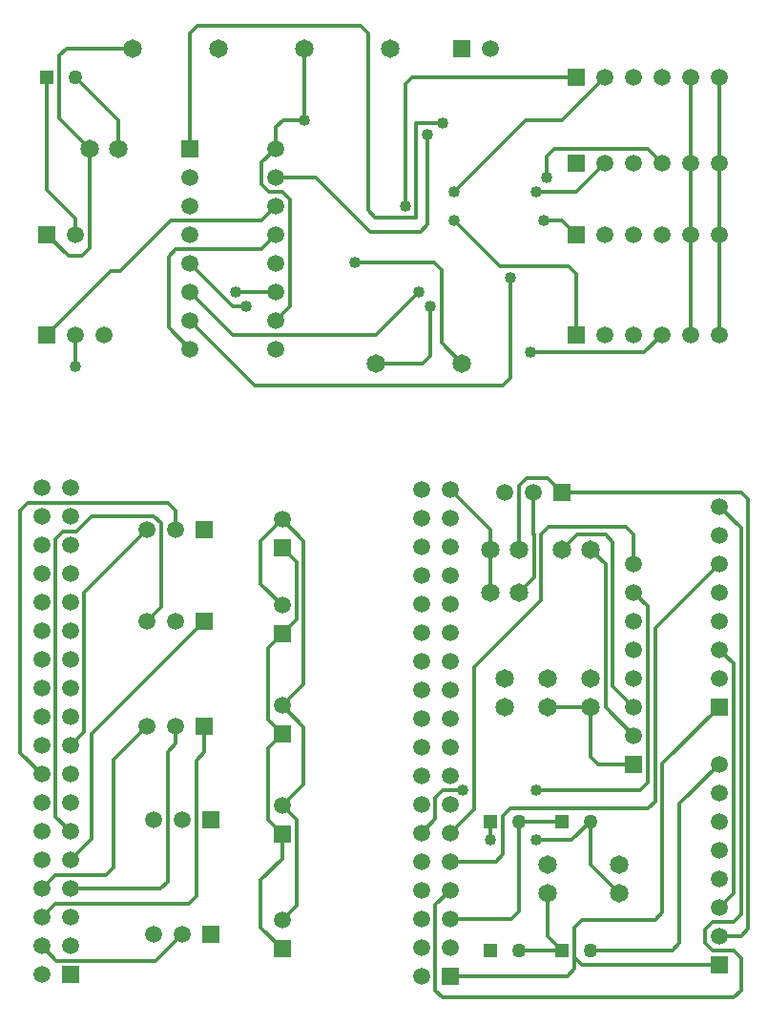
<source format=gbr>
G04 DipTrace 2.4.0.2*
%INBottom.gbr*%
%MOIN*%
%ADD13C,0.013*%
%ADD14C,0.065*%
%ADD15C,0.05*%
%ADD16R,0.05X0.05*%
%ADD17R,0.0591X0.0591*%
%ADD18C,0.0591*%
%ADD20C,0.04*%
%FSLAX44Y44*%
G04*
G70*
G90*
G75*
G01*
%LNBottom*%
%LPD*%
X29440Y14940D2*
D13*
X27450Y12950D1*
Y7749D1*
X27190Y7490D1*
X24645D1*
X24385Y7230D1*
Y6200D1*
Y5790D1*
X24125Y5530D1*
X20030D1*
X23440Y14940D2*
X24940D1*
X24385Y6200D2*
X24645Y5940D1*
X29440D1*
X24940Y14940D2*
Y13200D1*
X25200Y12940D1*
X26440D1*
Y14940D2*
X25720Y15661D1*
Y20700D1*
X25460Y20960D1*
X24460D1*
X23940Y20440D1*
X20030Y22530D2*
X21440Y21120D1*
Y20440D1*
X29440Y16940D2*
X29930Y16450D1*
Y8430D1*
X29440Y7940D1*
X21440Y20440D2*
Y18940D1*
X8940Y37940D2*
X6645D1*
X6385Y37680D1*
Y35495D1*
X7440Y34440D1*
X13940Y28440D2*
X14430Y28930D1*
Y32670D1*
X14170Y32930D1*
X13710D1*
X13450Y33190D1*
Y33950D1*
X13940Y34440D1*
X17440Y26940D2*
X19078D1*
X19338Y27200D1*
Y28940D1*
X7440Y34440D2*
Y30950D1*
X7180Y30690D1*
X6690D1*
X5940Y31440D1*
X14940Y35440D2*
Y37940D1*
X13940Y34440D2*
Y35180D1*
X14200Y35440D1*
X14940D1*
X13940Y31440D2*
X13430Y30930D1*
X10450D1*
X10190Y30670D1*
Y28190D1*
X10940Y27440D1*
X16717Y30470D2*
X19473D1*
X19733Y30210D1*
Y27647D1*
X20440Y26940D1*
X5940Y36940D2*
Y33004D1*
X6940Y32004D1*
Y31440D1*
X19250Y34940D2*
Y31785D1*
X18990Y31526D1*
X17250D1*
X15335Y33440D1*
X13940D1*
X19780Y35335D2*
X18855D1*
Y32045D1*
X17420D1*
X17161Y32305D1*
Y38460D1*
X16901Y38720D1*
X11200D1*
X10940Y38460D1*
Y34440D1*
X12920Y28940D2*
X12440D1*
X10940Y30440D1*
X18943Y29440D2*
X17433Y27930D1*
X12450D1*
X10940Y29440D1*
X22124Y29940D2*
Y26420D1*
X21865Y26161D1*
X13220D1*
X10940Y28440D1*
X13940Y32440D2*
X13430Y31930D1*
X10258D1*
X8499Y30170D1*
X8170D1*
X5940Y27940D1*
X12525Y29440D2*
X13940D1*
X6940Y26815D2*
Y27940D1*
X18460Y32440D2*
Y36680D1*
X18720Y36940D1*
X24440D1*
X20174Y32940D2*
X22664Y35430D1*
X23930D1*
X25440Y36940D1*
X23036Y32940D2*
X24440D1*
X25440Y33940D1*
X23411Y33440D2*
Y34170D1*
X23671Y34430D1*
X26950D1*
X27440Y33940D1*
X23295Y31940D2*
X23940D1*
X24440Y31440D1*
X20180Y31940D2*
X21785Y30335D1*
X24180D1*
X24440Y30075D1*
Y27940D1*
X22846Y27315D2*
X26815D1*
X27440Y27940D1*
X29440Y36940D2*
Y33940D1*
Y31440D2*
Y27940D1*
Y33940D2*
Y31440D1*
X24940Y6440D2*
X27791D1*
X28051Y6700D1*
Y11551D1*
X29440Y12940D1*
X23940Y10940D2*
X22440D1*
Y7790D1*
X22180Y7530D1*
X20030D1*
X28440Y36940D2*
Y33940D1*
Y31440D2*
Y27940D1*
Y33940D2*
Y31440D1*
X8440Y34440D2*
Y35440D1*
X6940Y36940D1*
X22440Y20440D2*
Y22670D1*
X22700Y22930D1*
X23450D1*
X23940Y22440D1*
X30190D1*
X30450Y22180D1*
Y7200D1*
X30190Y6940D1*
X29440D1*
X22440Y18940D2*
X22960Y19460D1*
Y20950D1*
X22940Y20970D1*
Y22440D1*
X24940Y20440D2*
X25460Y19920D1*
Y14920D1*
X26440Y13940D1*
X23440Y8440D2*
Y6940D1*
X23940Y6440D1*
X22440D1*
X23045Y10280D2*
X24280D1*
X24940Y10940D1*
X21440Y10280D2*
Y10940D1*
X24940D2*
Y9440D1*
X25940Y8440D1*
X20030Y8530D2*
X19520Y8020D1*
Y5040D1*
X19780Y4780D1*
X29930D1*
X30190Y5040D1*
Y6170D1*
X29930Y6430D1*
X29210D1*
X28950Y6690D1*
Y7170D1*
X29210Y7430D1*
X29930D1*
X30190Y7690D1*
Y21190D1*
X29440Y21940D1*
X20030Y9530D2*
X21625D1*
X21885Y9790D1*
Y11125D1*
X22145Y11385D1*
X26930D1*
X27190Y11645D1*
Y17690D1*
X29440Y19940D1*
X20030Y10530D2*
X20867Y11367D1*
Y16322D1*
X23220Y18675D1*
Y20960D1*
X23480Y21220D1*
X26180D1*
X26440Y20960D1*
Y19940D1*
X23045Y12020D2*
X26670D1*
X26930Y12280D1*
Y18450D1*
X26440Y18940D1*
X20472Y12020D2*
X19780D1*
X19520Y11760D1*
Y11020D1*
X19030Y10530D1*
X14170Y6490D2*
X13420Y7240D1*
Y8885D1*
X14170Y9635D1*
Y10490D1*
Y17490D2*
X14660Y17981D1*
Y20000D1*
X14170Y20490D1*
Y13990D2*
X13680Y14481D1*
Y17000D1*
X14170Y17490D1*
Y10490D2*
X13680Y10981D1*
Y13500D1*
X14170Y13990D1*
Y18490D2*
X13420Y19240D1*
Y20740D1*
X14170Y21490D1*
Y11490D2*
X14660Y11000D1*
Y7981D1*
X14170Y7490D1*
Y14990D2*
X14920Y14240D1*
Y12240D1*
X14170Y11490D1*
Y21490D2*
X14920Y20740D1*
Y15740D1*
X14170Y14990D1*
X5760Y6580D2*
X6270Y6070D1*
X9750D1*
X10670Y6990D1*
X11440Y14260D2*
Y13348D1*
X11160Y13069D1*
Y8330D1*
X10901Y8070D1*
X6250D1*
X5760Y7580D1*
X6760Y8580D2*
X9901D1*
X10160Y8840D1*
Y13370D1*
X10440Y13650D1*
Y14260D1*
X5760Y8580D2*
X6250Y9070D1*
X8021D1*
X8281Y9330D1*
Y13101D1*
X9440Y14260D1*
X6760Y9580D2*
X7510Y10330D1*
Y14010D1*
X11440Y17940D1*
X6760Y10580D2*
X6250Y11090D1*
Y20811D1*
X6510Y21070D1*
X6981D1*
X7520Y21610D1*
X9670D1*
X9930Y21350D1*
Y18430D1*
X9440Y17940D1*
X10440Y21120D2*
Y21811D1*
X10180Y22070D1*
X5270D1*
X5010Y21811D1*
Y13330D1*
X5760Y12580D1*
X6760Y13580D2*
X7250Y14070D1*
Y18930D1*
X9440Y21120D1*
D20*
X19338Y28940D3*
X14940Y35440D3*
X16717Y30470D3*
X19250Y34940D3*
X19780Y35335D3*
X12920Y28940D3*
X18943Y29440D3*
X22124Y29940D3*
X12525Y29440D3*
X6940Y26815D3*
X18460Y32440D3*
X20174Y32940D3*
X23036D3*
X23411Y33440D3*
X23295Y31940D3*
X20180D3*
X22846Y27315D3*
X23045Y10280D3*
X21440D3*
X23045Y12020D3*
X20472D3*
D14*
X14940Y37940D3*
X17940D3*
X8940D3*
X11940D3*
X17440Y26940D3*
X20440D3*
D15*
X6940Y36940D3*
D16*
X5940D3*
D17*
Y27940D3*
D18*
X6940D3*
X7940D3*
D17*
X5940Y31440D3*
D18*
X6940D3*
D17*
X24440Y36940D3*
D18*
X25440D3*
X26440D3*
X27440D3*
X28440D3*
X29440D3*
D17*
X24440Y33940D3*
D18*
X25440D3*
X26440D3*
X27440D3*
X28440D3*
X29440D3*
D17*
X24440Y31440D3*
D18*
X25440D3*
X26440D3*
X27440D3*
X28440D3*
X29440D3*
D17*
X24440Y27940D3*
D18*
X25440D3*
X26440D3*
X27440D3*
X28440D3*
X29440D3*
D17*
X20440Y37940D3*
D18*
X21440D3*
D14*
X7440Y34440D3*
X8440D3*
D17*
X10940D3*
D18*
Y33440D3*
Y32440D3*
Y31440D3*
Y30440D3*
Y29440D3*
Y28440D3*
Y27440D3*
X13940D3*
Y28440D3*
Y29440D3*
Y30440D3*
Y31440D3*
Y32440D3*
Y33440D3*
Y34440D3*
D15*
X24940Y6440D3*
D16*
X23940D3*
D15*
X22440D3*
D16*
X21440D3*
D15*
X22440Y10940D3*
D16*
X21440D3*
D15*
X24940D3*
D16*
X23940D3*
D17*
X29440Y5940D3*
D18*
Y6940D3*
Y7940D3*
Y8940D3*
Y9940D3*
Y10940D3*
Y11940D3*
Y12940D3*
D17*
X20030Y5530D3*
D18*
X19030D3*
X20030Y6530D3*
X19030D3*
X20030Y7530D3*
X19030D3*
X20030Y8530D3*
X19030D3*
X20030Y9530D3*
X19030D3*
X20030Y10530D3*
X19030D3*
X20030Y11530D3*
X19030D3*
X20030Y12530D3*
X19030D3*
X20030Y13530D3*
X19030D3*
X20030Y14530D3*
X19030D3*
X20030Y15530D3*
X19030D3*
X20030Y16530D3*
X19030D3*
X20030Y17530D3*
X19030D3*
X20030Y18530D3*
X19030D3*
X20030Y19530D3*
X19030D3*
X20030Y20530D3*
X19030D3*
X20030Y21530D3*
X19030D3*
X20030Y22530D3*
X19030D3*
D17*
X29440Y14940D3*
D18*
Y15940D3*
Y16940D3*
Y17940D3*
Y18940D3*
Y19940D3*
Y20940D3*
Y21940D3*
D17*
X26440Y12940D3*
D18*
Y13940D3*
Y14940D3*
Y15940D3*
Y16940D3*
Y17940D3*
Y18940D3*
Y19940D3*
D17*
X23940Y22440D3*
D18*
X22940D3*
X21940D3*
D14*
X22440Y20440D3*
X21440D3*
X22440Y18940D3*
X21440D3*
X24940Y20440D3*
X23940D3*
X23440Y14940D3*
Y15940D3*
X24940Y14940D3*
Y15940D3*
X21940Y14940D3*
Y15940D3*
X23440Y8440D3*
Y9440D3*
X25940Y8440D3*
Y9440D3*
D17*
X6760Y5580D3*
D18*
X5760D3*
X6760Y6580D3*
X5760D3*
X6760Y7580D3*
X5760D3*
X6760Y8580D3*
X5760D3*
X6760Y9580D3*
X5760D3*
X6760Y10580D3*
X5760D3*
X6760Y11580D3*
X5760D3*
X6760Y12580D3*
X5760D3*
X6760Y13580D3*
X5760D3*
X6760Y14580D3*
X5760D3*
X6760Y15580D3*
X5760D3*
X6760Y16580D3*
X5760D3*
X6760Y17580D3*
X5760D3*
X6760Y18580D3*
X5760D3*
X6760Y19580D3*
X5760D3*
X6760Y20580D3*
X5760D3*
X6760Y21580D3*
X5760D3*
X6760Y22580D3*
X5760D3*
D17*
X11670Y6990D3*
D18*
X10670D3*
X9670D3*
D17*
X14170Y20490D3*
D18*
Y21490D3*
D17*
X11440Y14260D3*
D18*
X10440D3*
X9440D3*
D17*
X14170Y6490D3*
D18*
Y7490D3*
D17*
X11440Y17940D3*
D18*
X10440D3*
X9440D3*
D17*
X14170Y10490D3*
D18*
Y11490D3*
D17*
X11440Y21120D3*
D18*
X10440D3*
X9440D3*
D17*
X14170Y13990D3*
D18*
Y14990D3*
D17*
X11670Y10990D3*
D18*
X10670D3*
X9670D3*
D17*
X14170Y17490D3*
D18*
Y18490D3*
M02*

</source>
